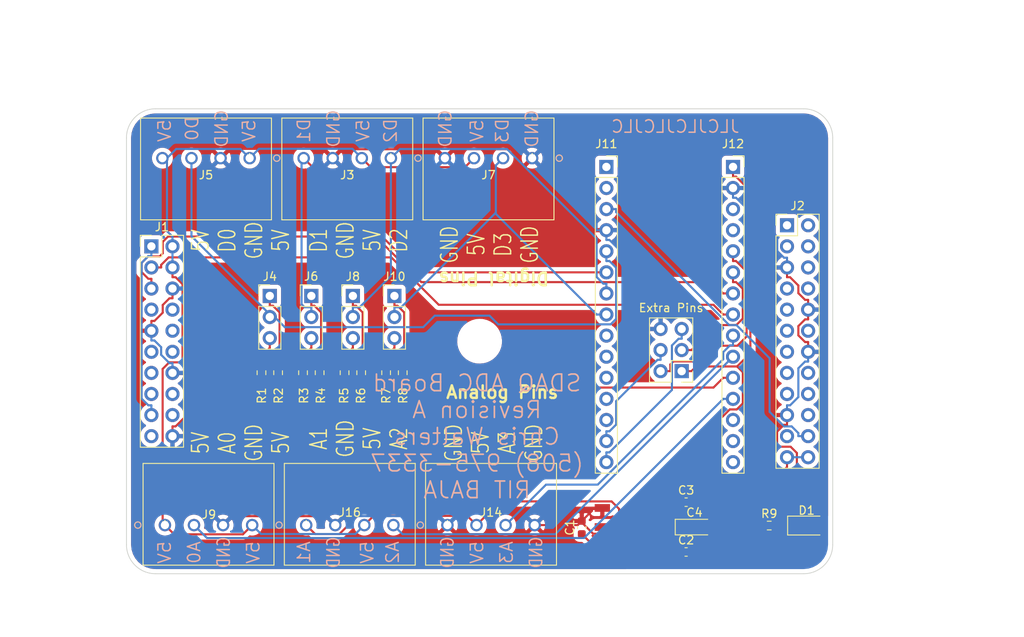
<source format=kicad_pcb>
(kicad_pcb (version 20171130) (host pcbnew "(5.1.10)-1")
  (layers (0 F.Cu signal) (31 B.Cu signal) (34 B.Paste user) (35 F.Paste user) (36 B.SilkS user) (37 F.SilkS user) (38 B.Mask user) (39 F.Mask user) (44 Edge.Cuts user))
  (net 0 "")
  (net 1 /VCC)
  (net 2 /GND)
  (net 3 /5V)
  (net 4 "Net-(D1-Pad2)")
  (net 5 /3.3V)
  (net 6 /I2C_Data)
  (net 7 /I2C_Clock)
  (net 8 "Net-(J1-Pad7)")
  (net 9 "Net-(J1-Pad8)")
  (net 10 "Net-(J1-Pad10)")
  (net 11 "Net-(J1-Pad11)")
  (net 12 "Net-(J1-Pad12)")
  (net 13 "Net-(J1-Pad13)")
  (net 14 "Net-(J1-Pad15)")
  (net 15 "Net-(J1-Pad16)")
  (net 16 "Net-(J1-Pad18)")
  (net 17 "Net-(J1-Pad19)")
  (net 18 "Net-(J2-Pad1)")
  (net 19 "Net-(J2-Pad2)")
  (net 20 "Net-(J2-Pad3)")
  (net 21 "Net-(J2-Pad4)")
  (net 22 "Net-(J2-Pad6)")
  (net 23 "Net-(J2-Pad7)")
  (net 24 "Net-(J2-Pad8)")
  (net 25 "Net-(J2-Pad9)")
  (net 26 "Net-(J2-Pad11)")
  (net 27 "Net-(J2-Pad12)")
  (net 28 "Net-(J2-Pad13)")
  (net 29 "Net-(J2-Pad15)")
  (net 30 "Net-(J2-Pad16)")
  (net 31 "Net-(J2-Pad17)")
  (net 32 "Net-(J2-Pad18)")
  (net 33 "Net-(J2-Pad20)")
  (net 34 /Interconnect)
  (net 35 /Reset)
  (net 36 /Digital_0)
  (net 37 "Net-(J4-Pad3)")
  (net 38 "Net-(J4-Pad1)")
  (net 39 /Digital_1)
  (net 40 "Net-(J6-Pad3)")
  (net 41 "Net-(J6-Pad1)")
  (net 42 /Digital_2)
  (net 43 "Net-(J8-Pad3)")
  (net 44 "Net-(J8-Pad1)")
  (net 45 /Digital_3)
  (net 46 "Net-(J10-Pad3)")
  (net 47 "Net-(J10-Pad1)")
  (net 48 "Net-(J11-Pad1)")
  (net 49 "Net-(J11-Pad2)")
  (net 50 /Controller/D6)
  (net 51 /Controller/D7)
  (net 52 /Controller/D8)
  (net 53 /Controller/D9)
  (net 54 /Controller/D10)
  (net 55 /Controller/D11)
  (net 56 /Controller/D12)
  (net 57 /Controller/D13)
  (net 58 "Net-(J12-Pad14)")
  (net 59 "Net-(J12-Pad13)")
  (net 60 /Analog_0)
  (net 61 /Analog_1)
  (net 62 /Analog_2)
  (net 63 /Analog_3)
  (net 64 /Controller/A6)
  (net 65 /Controller/A7)
  (net 66 "Net-(J12-Pad4)")
  (net 67 "Net-(J12-Pad3)")
  (module Capacitor_SMD:C_0603_1608Metric (layer F.Cu) (at 214.798 120.43 90)
    (fp_text reference C1 (at 0 -1.43 90) (layer F.SilkS))
    (fp_text value 0.1uF)
    (pad 1 smd roundrect (at -0.775 0 90) (size 0.9 0.95) (layers F.Cu F.Paste F.Mask) (net 1 /VCC))
    (pad 2 smd roundrect (at 0.775 0 90) (size 0.9 0.95) (layers F.Cu F.Paste F.Mask) (net 2 /GND))
  )
  (module Capacitor_SMD:C_0603_1608Metric (layer F.Cu) (at 227.358 123.38)
    (fp_text reference C2 (at 0 -1.43) (layer F.SilkS))
    (fp_text value 1uF)
    (pad 2 smd roundrect (at 0.775 0) (size 0.9 0.95) (layers F.Cu F.Paste F.Mask) (net 2 /GND))
    (pad 1 smd roundrect (at -0.775 0) (size 0.9 0.95) (layers F.Cu F.Paste F.Mask) (net 3 /5V))
  )
  (module Capacitor_SMD:C_0603_1608Metric (layer F.Cu) (at 227.358 117.38)
    (fp_text reference C3 (at 0 -1.43) (layer F.SilkS))
    (fp_text value 1uF_cpu)
    (pad 1 smd roundrect (at -0.775 0) (size 0.9 0.95) (layers F.Cu F.Paste F.Mask) (net 3 /5V))
    (pad 2 smd roundrect (at 0.775 0) (size 0.9 0.95) (layers F.Cu F.Paste F.Mask) (net 2 /GND))
  )
  (module Capacitor_Tantalum_SMD:CP_EIA-3216-18_Kemet-A (layer F.Cu) (at 228.358 120.38)
    (fp_text reference C4 (at 0 -1.75) (layer F.SilkS))
    (fp_text value 4.7uF_16V_cpu)
    (pad 2 smd roundrect (at 1.35 0) (size 1.4 1.35) (layers F.Cu F.Paste F.Mask) (roundrect_rratio 0.1851844444444445) (net 2 /GND))
    (pad 1 smd roundrect (at -1.35 0) (size 1.4 1.35) (layers F.Cu F.Paste F.Mask) (roundrect_rratio 0.1851844444444445) (net 3 /5V))
  )
  (module LED_SMD:LED_1206_3216Metric (layer F.Cu) (at 241.858 120.198)
    (fp_text reference D1 (at 0 -1.82) (layer F.SilkS))
    (fp_text value LED)
    (pad 1 smd roundrect (at -1.4 0) (size 1.25 1.75) (layers F.Cu F.Paste F.Mask) (roundrect_rratio 0.2) (net 2 /GND))
    (pad 2 smd roundrect (at 1.4 0) (size 1.25 1.75) (layers F.Cu F.Paste F.Mask) (roundrect_rratio 0.2) (net 4 "Net-(D1-Pad2)"))
  )
  (module Connector_PinHeader_2.54mm:PinHeader_2x10_P2.54mm_Vertical (layer F.Cu) (at 163 86.57)
    (fp_text reference J1 (at 1.27 -2.33) (layer F.SilkS))
    (fp_text value "Left Connector")
    (pad 1 thru_hole rect (at 0 0) (size 1.7 1.7) (drill 1) (layers *.Cu *.Mask) (net 5 /3.3V))
    (pad 2 thru_hole oval (at 2.54 0) (size 1.7 1.7) (drill 1) (layers *.Cu *.Mask) (net 3 /5V))
    (pad 3 thru_hole oval (at 0 2.54) (size 1.7 1.7) (drill 1) (layers *.Cu *.Mask) (net 6 /I2C_Data))
    (pad 4 thru_hole oval (at 2.54 2.54) (size 1.7 1.7) (drill 1) (layers *.Cu *.Mask) (net 3 /5V))
    (pad 5 thru_hole oval (at 0 5.08) (size 1.7 1.7) (drill 1) (layers *.Cu *.Mask) (net 7 /I2C_Clock))
    (pad 6 thru_hole oval (at 2.54 5.08) (size 1.7 1.7) (drill 1) (layers *.Cu *.Mask) (net 2 /GND))
    (pad 7 thru_hole oval (at 0 7.62) (size 1.7 1.7) (drill 1) (layers *.Cu *.Mask) (net 8 "Net-(J1-Pad7)"))
    (pad 8 thru_hole oval (at 2.54 7.62) (size 1.7 1.7) (drill 1) (layers *.Cu *.Mask) (net 9 "Net-(J1-Pad8)"))
    (pad 9 thru_hole oval (at 0 10.16) (size 1.7 1.7) (drill 1) (layers *.Cu *.Mask) (net 2 /GND))
    (pad 10 thru_hole oval (at 2.54 10.16) (size 1.7 1.7) (drill 1) (layers *.Cu *.Mask) (net 10 "Net-(J1-Pad10)"))
    (pad 11 thru_hole oval (at 0 12.7) (size 1.7 1.7) (drill 1) (layers *.Cu *.Mask) (net 11 "Net-(J1-Pad11)"))
    (pad 12 thru_hole oval (at 2.54 12.7) (size 1.7 1.7) (drill 1) (layers *.Cu *.Mask) (net 12 "Net-(J1-Pad12)"))
    (pad 13 thru_hole oval (at 0 15.24) (size 1.7 1.7) (drill 1) (layers *.Cu *.Mask) (net 13 "Net-(J1-Pad13)"))
    (pad 14 thru_hole oval (at 2.54 15.24) (size 1.7 1.7) (drill 1) (layers *.Cu *.Mask) (net 2 /GND))
    (pad 15 thru_hole oval (at 0 17.78) (size 1.7 1.7) (drill 1) (layers *.Cu *.Mask) (net 14 "Net-(J1-Pad15)"))
    (pad 16 thru_hole oval (at 2.54 17.78) (size 1.7 1.7) (drill 1) (layers *.Cu *.Mask) (net 15 "Net-(J1-Pad16)"))
    (pad 17 thru_hole oval (at 0 20.32) (size 1.7 1.7) (drill 1) (layers *.Cu *.Mask) (net 5 /3.3V))
    (pad 18 thru_hole oval (at 2.54 20.32) (size 1.7 1.7) (drill 1) (layers *.Cu *.Mask) (net 16 "Net-(J1-Pad18)"))
    (pad 19 thru_hole oval (at 0 22.86) (size 1.7 1.7) (drill 1) (layers *.Cu *.Mask) (net 17 "Net-(J1-Pad19)"))
    (pad 20 thru_hole oval (at 2.54 22.86) (size 1.7 1.7) (drill 1) (layers *.Cu *.Mask) (net 2 /GND))
  )
  (module Connector_PinHeader_2.54mm:PinHeader_2x12_P2.54mm_Vertical (layer F.Cu) (at 239.5 84.03)
    (fp_text reference J2 (at 1.27 -2.33) (layer F.SilkS))
    (fp_text value "Right Connector")
    (pad 1 thru_hole rect (at 0 0) (size 1.7 1.7) (drill 1) (layers *.Cu *.Mask) (net 18 "Net-(J2-Pad1)"))
    (pad 2 thru_hole oval (at 2.54 0) (size 1.7 1.7) (drill 1) (layers *.Cu *.Mask) (net 19 "Net-(J2-Pad2)"))
    (pad 3 thru_hole oval (at 0 2.54) (size 1.7 1.7) (drill 1) (layers *.Cu *.Mask) (net 20 "Net-(J2-Pad3)"))
    (pad 4 thru_hole oval (at 2.54 2.54) (size 1.7 1.7) (drill 1) (layers *.Cu *.Mask) (net 21 "Net-(J2-Pad4)"))
    (pad 5 thru_hole oval (at 0 5.08) (size 1.7 1.7) (drill 1) (layers *.Cu *.Mask) (net 2 /GND))
    (pad 6 thru_hole oval (at 2.54 5.08) (size 1.7 1.7) (drill 1) (layers *.Cu *.Mask) (net 22 "Net-(J2-Pad6)"))
    (pad 7 thru_hole oval (at 0 7.62) (size 1.7 1.7) (drill 1) (layers *.Cu *.Mask) (net 23 "Net-(J2-Pad7)"))
    (pad 8 thru_hole oval (at 2.54 7.62) (size 1.7 1.7) (drill 1) (layers *.Cu *.Mask) (net 24 "Net-(J2-Pad8)"))
    (pad 9 thru_hole oval (at 0 10.16) (size 1.7 1.7) (drill 1) (layers *.Cu *.Mask) (net 25 "Net-(J2-Pad9)"))
    (pad 10 thru_hole oval (at 2.54 10.16) (size 1.7 1.7) (drill 1) (layers *.Cu *.Mask) (net 2 /GND))
    (pad 11 thru_hole oval (at 0 12.7) (size 1.7 1.7) (drill 1) (layers *.Cu *.Mask) (net 26 "Net-(J2-Pad11)"))
    (pad 12 thru_hole oval (at 2.54 12.7) (size 1.7 1.7) (drill 1) (layers *.Cu *.Mask) (net 27 "Net-(J2-Pad12)"))
    (pad 13 thru_hole oval (at 0 15.24) (size 1.7 1.7) (drill 1) (layers *.Cu *.Mask) (net 28 "Net-(J2-Pad13)"))
    (pad 14 thru_hole oval (at 2.54 15.24) (size 1.7 1.7) (drill 1) (layers *.Cu *.Mask) (net 2 /GND))
    (pad 15 thru_hole oval (at 0 17.78) (size 1.7 1.7) (drill 1) (layers *.Cu *.Mask) (net 29 "Net-(J2-Pad15)"))
    (pad 16 thru_hole oval (at 2.54 17.78) (size 1.7 1.7) (drill 1) (layers *.Cu *.Mask) (net 30 "Net-(J2-Pad16)"))
    (pad 17 thru_hole oval (at 0 20.32) (size 1.7 1.7) (drill 1) (layers *.Cu *.Mask) (net 31 "Net-(J2-Pad17)"))
    (pad 18 thru_hole oval (at 2.54 20.32) (size 1.7 1.7) (drill 1) (layers *.Cu *.Mask) (net 32 "Net-(J2-Pad18)"))
    (pad 19 thru_hole oval (at 0 22.86) (size 1.7 1.7) (drill 1) (layers *.Cu *.Mask) (net 2 /GND))
    (pad 20 thru_hole oval (at 2.54 22.86) (size 1.7 1.7) (drill 1) (layers *.Cu *.Mask) (net 33 "Net-(J2-Pad20)"))
    (pad 21 thru_hole oval (at 0 25.4) (size 1.7 1.7) (drill 1) (layers *.Cu *.Mask) (net 34 /Interconnect))
    (pad 22 thru_hole oval (at 2.54 25.4) (size 1.7 1.7) (drill 1) (layers *.Cu *.Mask) (net 35 /Reset))
    (pad 23 thru_hole oval (at 0 27.94) (size 1.7 1.7) (drill 1) (layers *.Cu *.Mask) (net 1 /VCC))
    (pad 24 thru_hole oval (at 2.54 27.94) (size 1.7 1.7) (drill 1) (layers *.Cu *.Mask) (net 1 /VCC))
  )
  (module Connector_PinHeader_2.54mm:PinHeader_1x03_P2.54mm_Vertical (layer F.Cu) (at 177.25 92.54)
    (fp_text reference J4 (at 0 -2.33) (layer F.SilkS))
    (fp_text value "Jumper Terminals")
    (pad 3 thru_hole oval (at 0 5.08) (size 1.7 1.7) (drill 1) (layers *.Cu *.Mask) (net 37 "Net-(J4-Pad3)"))
    (pad 2 thru_hole oval (at 0 2.54) (size 1.7 1.7) (drill 1) (layers *.Cu *.Mask) (net 36 /Digital_0))
    (pad 1 thru_hole rect (at 0 0) (size 1.7 1.7) (drill 1) (layers *.Cu *.Mask) (net 38 "Net-(J4-Pad1)"))
  )
  (module Connector_PinHeader_2.54mm:PinHeader_1x03_P2.54mm_Vertical (layer F.Cu) (at 182.25 92.54)
    (fp_text reference J6 (at -0.02 -2.35) (layer F.SilkS))
    (fp_text value "Jumper Terminals")
    (pad 3 thru_hole oval (at 0 5.08) (size 1.7 1.7) (drill 1) (layers *.Cu *.Mask) (net 40 "Net-(J6-Pad3)"))
    (pad 2 thru_hole oval (at 0 2.54) (size 1.7 1.7) (drill 1) (layers *.Cu *.Mask) (net 39 /Digital_1))
    (pad 1 thru_hole rect (at 0 0) (size 1.7 1.7) (drill 1) (layers *.Cu *.Mask) (net 41 "Net-(J6-Pad1)"))
  )
  (module Connector_PinHeader_2.54mm:PinHeader_1x03_P2.54mm_Vertical (layer F.Cu) (at 187.25 92.54)
    (fp_text reference J8 (at 0 -2.33) (layer F.SilkS))
    (fp_text value "Jumper Terminals")
    (pad 3 thru_hole oval (at 0 5.08) (size 1.7 1.7) (drill 1) (layers *.Cu *.Mask) (net 43 "Net-(J8-Pad3)"))
    (pad 2 thru_hole oval (at 0 2.54) (size 1.7 1.7) (drill 1) (layers *.Cu *.Mask) (net 42 /Digital_2))
    (pad 1 thru_hole rect (at 0 0) (size 1.7 1.7) (drill 1) (layers *.Cu *.Mask) (net 44 "Net-(J8-Pad1)"))
  )
  (module Connector_PinHeader_2.54mm:PinHeader_1x03_P2.54mm_Vertical (layer F.Cu) (at 192.25 92.54)
    (fp_text reference J10 (at 0 -2.33) (layer F.SilkS))
    (fp_text value "Jumper Terminals")
    (pad 3 thru_hole oval (at 0 5.08) (size 1.7 1.7) (drill 1) (layers *.Cu *.Mask) (net 46 "Net-(J10-Pad3)"))
    (pad 2 thru_hole oval (at 0 2.54) (size 1.7 1.7) (drill 1) (layers *.Cu *.Mask) (net 45 /Digital_3))
    (pad 1 thru_hole rect (at 0 0) (size 1.7 1.7) (drill 1) (layers *.Cu *.Mask) (net 47 "Net-(J10-Pad1)"))
  )
  (module Connector_PinSocket_2.54mm:PinSocket_1x15_P2.54mm_Vertical (layer F.Cu) (at 217.76 77)
    (fp_text reference J11 (at 0 -2.77) (layer F.SilkS))
    (fp_text value "Arduino Nano")
    (pad 1 thru_hole rect (at 0 0) (size 1.7 1.7) (drill 1) (layers *.Cu *.Mask) (net 48 "Net-(J11-Pad1)"))
    (pad 2 thru_hole oval (at 0 2.54) (size 1.7 1.7) (drill 1) (layers *.Cu *.Mask) (net 49 "Net-(J11-Pad2)"))
    (pad 3 thru_hole oval (at 0 5.08) (size 1.7 1.7) (drill 1) (layers *.Cu *.Mask) (net 35 /Reset))
    (pad 4 thru_hole oval (at 0 7.62) (size 1.7 1.7) (drill 1) (layers *.Cu *.Mask) (net 2 /GND))
    (pad 5 thru_hole oval (at 0 10.16) (size 1.7 1.7) (drill 1) (layers *.Cu *.Mask) (net 36 /Digital_0))
    (pad 6 thru_hole oval (at 0 12.7) (size 1.7 1.7) (drill 1) (layers *.Cu *.Mask) (net 39 /Digital_1))
    (pad 7 thru_hole oval (at 0 15.24) (size 1.7 1.7) (drill 1) (layers *.Cu *.Mask) (net 42 /Digital_2))
    (pad 8 thru_hole oval (at 0 17.78) (size 1.7 1.7) (drill 1) (layers *.Cu *.Mask) (net 45 /Digital_3))
    (pad 9 thru_hole oval (at 0 20.32) (size 1.7 1.7) (drill 1) (layers *.Cu *.Mask) (net 50 /Controller/D6))
    (pad 10 thru_hole oval (at 0 22.86) (size 1.7 1.7) (drill 1) (layers *.Cu *.Mask) (net 51 /Controller/D7))
    (pad 11 thru_hole oval (at 0 25.4) (size 1.7 1.7) (drill 1) (layers *.Cu *.Mask) (net 52 /Controller/D8))
    (pad 12 thru_hole oval (at 0 27.94) (size 1.7 1.7) (drill 1) (layers *.Cu *.Mask) (net 53 /Controller/D9))
    (pad 13 thru_hole oval (at 0 30.48) (size 1.7 1.7) (drill 1) (layers *.Cu *.Mask) (net 54 /Controller/D10))
    (pad 14 thru_hole oval (at 0 33.02) (size 1.7 1.7) (drill 1) (layers *.Cu *.Mask) (net 55 /Controller/D11))
    (pad 15 thru_hole oval (at 0 35.56) (size 1.7 1.7) (drill 1) (layers *.Cu *.Mask) (net 56 /Controller/D12))
  )
  (module Connector_PinSocket_2.54mm:PinSocket_1x15_P2.54mm_Vertical (layer F.Cu) (at 233 77)
    (fp_text reference J12 (at 0 -2.77) (layer F.SilkS))
    (fp_text value "Arduino Nano")
    (pad 15 thru_hole oval (at 0 35.56) (size 1.7 1.7) (drill 1) (layers *.Cu *.Mask) (net 57 /Controller/D13))
    (pad 14 thru_hole oval (at 0 33.02) (size 1.7 1.7) (drill 1) (layers *.Cu *.Mask) (net 58 "Net-(J12-Pad14)"))
    (pad 13 thru_hole oval (at 0 30.48) (size 1.7 1.7) (drill 1) (layers *.Cu *.Mask) (net 59 "Net-(J12-Pad13)"))
    (pad 12 thru_hole oval (at 0 27.94) (size 1.7 1.7) (drill 1) (layers *.Cu *.Mask) (net 60 /Analog_0))
    (pad 11 thru_hole oval (at 0 25.4) (size 1.7 1.7) (drill 1) (layers *.Cu *.Mask) (net 61 /Analog_1))
    (pad 10 thru_hole oval (at 0 22.86) (size 1.7 1.7) (drill 1) (layers *.Cu *.Mask) (net 62 /Analog_2))
    (pad 9 thru_hole oval (at 0 20.32) (size 1.7 1.7) (drill 1) (layers *.Cu *.Mask) (net 63 /Analog_3))
    (pad 8 thru_hole oval (at 0 17.78) (size 1.7 1.7) (drill 1) (layers *.Cu *.Mask) (net 6 /I2C_Data))
    (pad 7 thru_hole oval (at 0 15.24) (size 1.7 1.7) (drill 1) (layers *.Cu *.Mask) (net 7 /I2C_Clock))
    (pad 6 thru_hole oval (at 0 12.7) (size 1.7 1.7) (drill 1) (layers *.Cu *.Mask) (net 64 /Controller/A6))
    (pad 5 thru_hole oval (at 0 10.16) (size 1.7 1.7) (drill 1) (layers *.Cu *.Mask) (net 65 /Controller/A7))
    (pad 4 thru_hole oval (at 0 7.62) (size 1.7 1.7) (drill 1) (layers *.Cu *.Mask) (net 66 "Net-(J12-Pad4)"))
    (pad 3 thru_hole oval (at 0 5.08) (size 1.7 1.7) (drill 1) (layers *.Cu *.Mask) (net 67 "Net-(J12-Pad3)"))
    (pad 2 thru_hole oval (at 0 2.54) (size 1.7 1.7) (drill 1) (layers *.Cu *.Mask) (net 2 /GND))
    (pad 1 thru_hole rect (at 0 0) (size 1.7 1.7) (drill 1) (layers *.Cu *.Mask) (net 3 /5V))
  )
  (module Connector_PinHeader_2.54mm:PinHeader_2x03_P2.54mm_Vertical (layer F.Cu) (at 226.822 101.6 180)
    (fp_text reference J13)
    (fp_text value "Extra Pins" (at 1.27 7.62) (layer F.SilkS))
    (pad 1 thru_hole rect (at 0 0 180) (size 1.7 1.7) (drill 1) (layers *.Cu *.Mask) (net 3 /5V))
    (pad 2 thru_hole oval (at 2.54 0 180) (size 1.7 1.7) (drill 1) (layers *.Cu *.Mask) (net 65 /Controller/A7))
    (pad 3 thru_hole oval (at 0 2.54 180) (size 1.7 1.7) (drill 1) (layers *.Cu *.Mask) (net 64 /Controller/A6))
    (pad 4 thru_hole oval (at 2.54 2.54 180) (size 1.7 1.7) (drill 1) (layers *.Cu *.Mask) (net 55 /Controller/D11))
    (pad 5 thru_hole oval (at 0 5.08 180) (size 1.7 1.7) (drill 1) (layers *.Cu *.Mask) (net 56 /Controller/D12))
    (pad 6 thru_hole oval (at 2.54 5.08 180) (size 1.7 1.7) (drill 1) (layers *.Cu *.Mask) (net 2 /GND))
  )
  (module MountingHole:MountingHole_2.7mm_M2.5 (layer F.Cu) (at 202.5 98)
    (fp_text reference M2.5)
    (fp_text value CMH)
    (pad 1 np_thru_hole circle (at 0 0) (size 2.7 2.7) (drill 2.7) (layers *.Cu *.Mask))
  )
  (module Resistor_SMD:R_0603_1608Metric (layer F.Cu) (at 176.25 101.79 270)
    (fp_text reference R1 (at 2.762 -0.026 90) (layer F.SilkS))
    (fp_text value 10k)
    (pad 2 smd roundrect (at 0.825 0 270) (size 0.8 0.95) (layers F.Cu F.Paste F.Mask) (net 3 /5V))
    (pad 1 smd roundrect (at -0.825 0 270) (size 0.8 0.95) (layers F.Cu F.Paste F.Mask) (net 37 "Net-(J4-Pad3)"))
  )
  (module Resistor_SMD:R_0603_1608Metric (layer F.Cu) (at 178.25 101.79 270)
    (fp_text reference R2 (at 2.762 -0.058 90) (layer F.SilkS))
    (fp_text value 10k)
    (pad 2 smd roundrect (at 0.825 0 270) (size 0.8 0.95) (layers F.Cu F.Paste F.Mask) (net 2 /GND))
    (pad 1 smd roundrect (at -0.825 0 270) (size 0.8 0.95) (layers F.Cu F.Paste F.Mask) (net 38 "Net-(J4-Pad1)"))
  )
  (module Resistor_SMD:R_0603_1608Metric (layer F.Cu) (at 181.25 101.79 270)
    (fp_text reference R3 (at 2.762 -0.106 90) (layer F.SilkS))
    (fp_text value 10k)
    (pad 1 smd roundrect (at -0.825 0 270) (size 0.8 0.95) (layers F.Cu F.Paste F.Mask) (net 40 "Net-(J6-Pad3)"))
    (pad 2 smd roundrect (at 0.825 0 270) (size 0.8 0.95) (layers F.Cu F.Paste F.Mask) (net 3 /5V))
  )
  (module Resistor_SMD:R_0603_1608Metric (layer F.Cu) (at 183.25 101.79 270)
    (fp_text reference R4 (at 2.762 -0.138 90) (layer F.SilkS))
    (fp_text value 10k)
    (pad 2 smd roundrect (at 0.825 0 270) (size 0.8 0.95) (layers F.Cu F.Paste F.Mask) (net 2 /GND))
    (pad 1 smd roundrect (at -0.825 0 270) (size 0.8 0.95) (layers F.Cu F.Paste F.Mask) (net 41 "Net-(J6-Pad1)"))
  )
  (module Resistor_SMD:R_0603_1608Metric (layer F.Cu) (at 186.25 101.79 270)
    (fp_text reference R5 (at 2.762 0.068 90) (layer F.SilkS))
    (fp_text value 10k)
    (pad 1 smd roundrect (at -0.825 0 270) (size 0.8 0.95) (layers F.Cu F.Paste F.Mask) (net 43 "Net-(J8-Pad3)"))
    (pad 2 smd roundrect (at 0.825 0 270) (size 0.8 0.95) (layers F.Cu F.Paste F.Mask) (net 3 /5V))
  )
  (module Resistor_SMD:R_0603_1608Metric (layer F.Cu) (at 188.25 101.79 270)
    (fp_text reference R6 (at 2.762 0.036 90) (layer F.SilkS))
    (fp_text value 10k)
    (pad 2 smd roundrect (at 0.825 0 270) (size 0.8 0.95) (layers F.Cu F.Paste F.Mask) (net 2 /GND))
    (pad 1 smd roundrect (at -0.825 0 270) (size 0.8 0.95) (layers F.Cu F.Paste F.Mask) (net 44 "Net-(J8-Pad1)"))
  )
  (module Resistor_SMD:R_0603_1608Metric (layer F.Cu) (at 191.25 101.79 270)
    (fp_text reference R7 (at 2.762 -0.012 90) (layer F.SilkS))
    (fp_text value 10k)
    (pad 1 smd roundrect (at -0.825 0 270) (size 0.8 0.95) (layers F.Cu F.Paste F.Mask) (net 46 "Net-(J10-Pad3)"))
    (pad 2 smd roundrect (at 0.825 0 270) (size 0.8 0.95) (layers F.Cu F.Paste F.Mask) (net 3 /5V))
  )
  (module Resistor_SMD:R_0603_1608Metric (layer F.Cu) (at 193.25 101.79 270)
    (fp_text reference R8 (at 2.762 -0.044 90) (layer F.SilkS))
    (fp_text value 10k)
    (pad 2 smd roundrect (at 0.825 0 270) (size 0.8 0.95) (layers F.Cu F.Paste F.Mask) (net 2 /GND))
    (pad 1 smd roundrect (at -0.825 0 270) (size 0.8 0.95) (layers F.Cu F.Paste F.Mask) (net 47 "Net-(J10-Pad1)"))
  )
  (module Resistor_SMD:R_0603_1608Metric (layer F.Cu) (at 237.358 120.198)
    (fp_text reference R9 (at 0 -1.43) (layer F.SilkS))
    (fp_text value 350?)
    (pad 1 smd roundrect (at -0.825 0) (size 0.8 0.95) (layers F.Cu F.Paste F.Mask) (net 1 /VCC))
    (pad 2 smd roundrect (at 0.825 0) (size 0.8 0.95) (layers F.Cu F.Paste F.Mask) (net 4 "Net-(D1-Pad2)"))
  )
  (module LM1117IMPX-5:SOT230P700X180-4N (layer F.Cu) (at 220.358 120.38)
    (fp_text reference VR1 hide)
    (fp_text value LM1117IMPX-5.0 hide)
    (pad 1 smd rect (at -3.085 -2.3) (size 1.84 0.93) (layers F.Cu F.Paste F.Mask) (net 2 /GND))
    (pad 2 smd rect (at -3.085 0) (size 1.84 0.93) (layers F.Cu F.Paste F.Mask) (net 3 /5V))
    (pad 3 smd rect (at -3.085 2.3) (size 1.84 0.93) (layers F.Cu F.Paste F.Mask) (net 1 /VCC))
    (pad 4 smd rect (at 3.085 0) (size 1.84 3.19) (layers F.Cu F.Paste F.Mask) (net 3 /5V))
  )
  (module Spring_Terminal_4Pin:1984989 (layer F.Cu) (at 191.824 75.946 180)
    (fp_text reference J3 (at 5.25 -2.032) (layer F.SilkS))
    (fp_text value "Screw Terminals")
    (fp_text user * (at 0 0) (layer F.SilkS))
    (pad 4 thru_hole circle (at 10.500002 0 180) (size 1.4986 1.4986) (drill 0.9906) (layers *.Cu *.Mask) (net 39 /Digital_1))
    (pad 3 thru_hole circle (at 7.000001 0 180) (size 1.4986 1.4986) (drill 0.9906) (layers *.Cu *.Mask) (net 2 /GND))
    (pad 2 thru_hole circle (at 3.500001 0 180) (size 1.4986 1.4986) (drill 0.9906) (layers *.Cu *.Mask) (net 3 /5V))
    (pad 1 thru_hole circle (at 0 0 180) (size 1.4986 1.4986) (drill 0.9906) (layers *.Cu *.Mask) (net 42 /Digital_2))
  )
  (module Spring_Terminal_4Pin:1984989 (layer F.Cu) (at 174.824 75.946 180)
    (fp_text reference J5 (at 5.25 -2.032) (layer F.SilkS))
    (fp_text value "Screw Terminals")
    (fp_text user * (at 0 0) (layer F.SilkS))
    (pad 1 thru_hole circle (at 0 0 180) (size 1.4986 1.4986) (drill 0.9906) (layers *.Cu *.Mask) (net 3 /5V))
    (pad 2 thru_hole circle (at 3.500001 0 180) (size 1.4986 1.4986) (drill 0.9906) (layers *.Cu *.Mask) (net 2 /GND))
    (pad 3 thru_hole circle (at 7.000001 0 180) (size 1.4986 1.4986) (drill 0.9906) (layers *.Cu *.Mask) (net 36 /Digital_0))
    (pad 4 thru_hole circle (at 10.500002 0 180) (size 1.4986 1.4986) (drill 0.9906) (layers *.Cu *.Mask) (net 3 /5V))
  )
  (module Spring_Terminal_4Pin:1984989 (layer F.Cu) (at 208.824 75.946 180)
    (fp_text reference J7 (at 5.25 -2.032) (layer F.SilkS))
    (fp_text value "Screw Terminals")
    (fp_text user * (at 0 0) (layer F.SilkS))
    (pad 4 thru_hole circle (at 10.500002 0 180) (size 1.4986 1.4986) (drill 0.9906) (layers *.Cu *.Mask) (net 2 /GND))
    (pad 3 thru_hole circle (at 7.000001 0 180) (size 1.4986 1.4986) (drill 0.9906) (layers *.Cu *.Mask) (net 3 /5V))
    (pad 2 thru_hole circle (at 3.500001 0 180) (size 1.4986 1.4986) (drill 0.9906) (layers *.Cu *.Mask) (net 45 /Digital_3))
    (pad 1 thru_hole circle (at 0 0 180) (size 1.4986 1.4986) (drill 0.9906) (layers *.Cu *.Mask) (net 2 /GND))
  )
  (module Spring_Terminal_4Pin:1984989 (layer F.Cu) (at 164.628 120.142)
    (fp_text reference J9 (at 5.298 -1.27) (layer F.SilkS))
    (fp_text value "Screw Terminals")
    (fp_text user * (at 0 0) (layer F.SilkS))
    (pad 1 thru_hole circle (at 0 0) (size 1.4986 1.4986) (drill 0.9906) (layers *.Cu *.Mask) (net 3 /5V))
    (pad 2 thru_hole circle (at 3.500001 0) (size 1.4986 1.4986) (drill 0.9906) (layers *.Cu *.Mask) (net 60 /Analog_0))
    (pad 3 thru_hole circle (at 7.000001 0) (size 1.4986 1.4986) (drill 0.9906) (layers *.Cu *.Mask) (net 2 /GND))
    (pad 4 thru_hole circle (at 10.500002 0) (size 1.4986 1.4986) (drill 0.9906) (layers *.Cu *.Mask) (net 3 /5V))
  )
  (module Spring_Terminal_4Pin:1984989 (layer F.Cu) (at 198.628 120.142)
    (fp_text reference J14 (at 5.25 -1.524) (layer F.SilkS))
    (fp_text value "Screw Terminals")
    (fp_text user * (at 0 0) (layer F.SilkS))
    (pad 1 thru_hole circle (at 0 0) (size 1.4986 1.4986) (drill 0.9906) (layers *.Cu *.Mask) (net 2 /GND))
    (pad 2 thru_hole circle (at 3.500001 0) (size 1.4986 1.4986) (drill 0.9906) (layers *.Cu *.Mask) (net 3 /5V))
    (pad 3 thru_hole circle (at 7.000001 0) (size 1.4986 1.4986) (drill 0.9906) (layers *.Cu *.Mask) (net 63 /Analog_3))
    (pad 4 thru_hole circle (at 10.500002 0) (size 1.4986 1.4986) (drill 0.9906) (layers *.Cu *.Mask) (net 2 /GND))
  )
  (module Spring_Terminal_4Pin:1984989 (layer F.Cu) (at 181.628 120.142)
    (fp_text reference J16 (at 5.25 -1.524) (layer F.SilkS))
    (fp_text value "Screw Terminals")
    (fp_text user * (at 0 0) (layer F.SilkS))
    (pad 1 thru_hole circle (at 0 0) (size 1.4986 1.4986) (drill 0.9906) (layers *.Cu *.Mask) (net 61 /Analog_1))
    (pad 2 thru_hole circle (at 3.500001 0) (size 1.4986 1.4986) (drill 0.9906) (layers *.Cu *.Mask) (net 2 /GND))
    (pad 3 thru_hole circle (at 7.000001 0) (size 1.4986 1.4986) (drill 0.9906) (layers *.Cu *.Mask) (net 3 /5V))
    (pad 4 thru_hole circle (at 10.500002 0) (size 1.4986 1.4986) (drill 0.9906) (layers *.Cu *.Mask) (net 62 /Analog_2))
  )
  (gr_text D3 (at 205.232 72.644 90) (layer B.SilkS) (effects (font (size 1.5 1.5) (thickness 0.17)) (justify mirror)))
  (gr_text D2 (at 191.77 72.644 90) (layer B.SilkS) (effects (font (size 1.5 1.5) (thickness 0.17)) (justify mirror)))
  (gr_text D1 (at 181.356 72.644 90) (layer B.SilkS) (effects (font (size 1.5 1.5) (thickness 0.17)) (justify mirror)))
  (gr_text D0 (at 167.894 72.39 90) (layer B.SilkS) (effects (font (size 1.5 1.5) (thickness 0.17)) (justify mirror)))
  (gr_text GND (at 208.788 72.39 90) (layer B.SilkS) (effects (font (size 1.5 1.5) (thickness 0.17)) (justify mirror)))
  (gr_text GND (at 198.374 72.39 90) (layer B.SilkS) (effects (font (size 1.5 1.5) (thickness 0.17)) (justify mirror)))
  (gr_text GND (at 184.912 72.39 90) (layer B.SilkS) (effects (font (size 1.5 1.5) (thickness 0.17)) (justify mirror)))
  (gr_text GND (at 171.45 72.39 90) (layer B.SilkS) (effects (font (size 1.5 1.5) (thickness 0.17)) (justify mirror)))
  (gr_text 5V (at 202.184 72.644 90) (layer B.SilkS) (effects (font (size 1.5 1.5) (thickness 0.17)) (justify mirror)))
  (gr_text 5V (at 188.468 72.644 90) (layer B.SilkS) (effects (font (size 1.5 1.5) (thickness 0.17)) (justify mirror)))
  (gr_text 5V (at 174.752 72.644 90) (layer B.SilkS) (effects (font (size 1.5 1.5) (thickness 0.17)) (justify mirror)))
  (gr_text 5V (at 164.592 72.644 90) (layer B.SilkS) (effects (font (size 1.5 1.5) (thickness 0.17)) (justify mirror)))
  (gr_text "5V\nD0\nGND\n5V" (at 173.736 85.852 90) (layer F.SilkS) (effects (font (size 2 1.5) (thickness 0.17))))
  (gr_text "D1\nGND\n5V\nD2" (at 187.96 85.852 90) (layer F.SilkS) (effects (font (size 2 1.5) (thickness 0.17))))
  (gr_text "GND\n5V\nD3\nGND" (at 203.708 86.36 90) (layer F.SilkS) (effects (font (size 2 1.5) (thickness 0.17))))
  (gr_text A3 (at 205.74 123.444 90) (layer B.SilkS) (effects (font (size 1.5 1.5) (thickness 0.17)) (justify mirror)))
  (gr_text A2 (at 192.024 123.444 90) (layer B.SilkS) (effects (font (size 1.5 1.5) (thickness 0.17)) (justify mirror)))
  (gr_text A1 (at 181.356 123.444 90) (layer B.SilkS) (effects (font (size 1.5 1.5) (thickness 0.17)) (justify mirror)))
  (gr_text A0 (at 168.148 123.444 90) (layer B.SilkS) (effects (font (size 1.5 1.5) (thickness 0.17)) (justify mirror)))
  (gr_text GND (at 209.296 123.444 90) (layer B.SilkS) (effects (font (size 1.5 1.25) (thickness 0.17)) (justify mirror)))
  (gr_text GND (at 198.628 123.444 90) (layer B.SilkS) (effects (font (size 1.5 1.25) (thickness 0.17)) (justify mirror)))
  (gr_text GND (at 184.912 123.444 90) (layer B.SilkS) (effects (font (size 1.5 1.25) (thickness 0.17)) (justify mirror)))
  (gr_text GND (at 171.704 123.444 90) (layer B.SilkS) (effects (font (size 1.5 1.25) (thickness 0.17)) (justify mirror)))
  (gr_text 5V (at 202.184 123.444 90) (layer B.SilkS) (effects (font (size 1.5 1.5) (thickness 0.17)) (justify mirror)))
  (gr_text 5V (at 188.976 123.444 90) (layer B.SilkS) (effects (font (size 1.5 1.5) (thickness 0.17)) (justify mirror)))
  (gr_text 5V (at 175.26 123.444 90) (layer B.SilkS) (effects (font (size 1.5 1.5) (thickness 0.17)) (justify mirror)))
  (gr_text 5V (at 164.592 123.444 90) (layer B.SilkS) (effects (font (size 1.5 1.5) (thickness 0.17)) (justify mirror)))
  (gr_text "GND\n5V\nA3\nGND" (at 204.216 110.236 90) (layer F.SilkS) (effects (font (size 2 1.5) (thickness 0.17))))
  (gr_text "A1\nGND\n5V\nA2" (at 187.96 109.728 90) (layer F.SilkS) (effects (font (size 2 1.5) (thickness 0.17))))
  (gr_text "5V\nA0\nGND\n5V" (at 173.736 110.236 90) (layer F.SilkS) (effects (font (size 2 1.5) (thickness 0.17))))
  (gr_text "Digital Pins" (at 204.216 90.424 180) (layer F.SilkS) (effects (font (size 1.5 1.5) (thickness 0.3))))
  (gr_text "Analog Pins" (at 205.232 104.14) (layer F.SilkS) (effects (font (size 1.5 1.5) (thickness 0.3))))
  (gr_text JLCJLCJLCJLC (at 226.06 72.136) (layer B.SilkS) (effects (font (size 1.5 1.5) (thickness 0.175)) (justify mirror)))
  (gr_text "SDAQ ADC Board\nRevision A\nChris Walters\n(508) 975-3337\nRIT BAJA\n" (at 202.184 109.474) (layer B.SilkS) (effects (font (size 2 2) (thickness 0.2)) (justify mirror)))
  (gr_arc (start 163.5 73.5) (end 163.5 70) (angle -90) (layer Edge.Cuts) (width 0.1))
  (gr_arc (start 163.5 122.5) (end 160 122.5) (angle -90) (layer Edge.Cuts) (width 0.1))
  (gr_arc (start 241.5 122.5) (end 245 122.5) (angle 90) (layer Edge.Cuts) (width 0.1))
  (gr_arc (start 241.5 73.5) (end 241.5 70) (angle 90) (layer Edge.Cuts) (width 0.1))
  (gr_line (start 163.5 70) (end 241.5 70) (layer Edge.Cuts) (width 0.1))
  (gr_line (start 245 73.5) (end 245 122.5) (layer Edge.Cuts) (width 0.1))
  (gr_line (start 163.5 126) (end 241.5 126) (layer Edge.Cuts) (width 0.1))
  (gr_line (start 160 122.5) (end 160 73.5) (layer Edge.Cuts) (width 0.1))
  (segment (start 218.5183 122.68) (end 220.4773 124.639) (width 0.25) (layer F.Cu) (net 1))
  (segment (start 220.4773 124.639) (end 232.092 124.639) (width 0.25) (layer F.Cu) (net 1))
  (segment (start 232.092 124.639) (end 236.533 120.198) (width 0.25) (layer F.Cu) (net 1))
  (segment (start 242.04 111.97) (end 239.5 111.97) (width 0.25) (layer B.Cu) (net 1))
  (segment (start 239.5 111.97) (end 239.5 113.1453) (width 0.25) (layer F.Cu) (net 1))
  (segment (start 236.533 120.198) (end 236.533 116.1123) (width 0.25) (layer F.Cu) (net 1))
  (segment (start 236.533 116.1123) (end 239.5 113.1453) (width 0.25) (layer F.Cu) (net 1))
  (segment (start 217.273 122.68) (end 218.5183 122.68) (width 0.25) (layer F.Cu) (net 1))
  (segment (start 217.273 122.68) (end 216.0277 122.68) (width 0.25) (layer F.Cu) (net 1))
  (segment (start 216.0277 122.68) (end 216.0277 122.4347) (width 0.25) (layer F.Cu) (net 1))
  (segment (start 216.0277 122.4347) (end 214.798 121.205) (width 0.25) (layer F.Cu) (net 1))
  (segment (start 229.708 118.955) (end 229.708 120.38) (width 0.25) (layer F.Cu) (net 2))
  (segment (start 228.133 117.38) (end 229.708 118.955) (width 0.25) (layer F.Cu) (net 2))
  (segment (start 229.708 118.955) (end 237.963 110.7) (width 0.25) (layer F.Cu) (net 2))
  (segment (start 237.963 110.7) (end 238.3071 110.7) (width 0.25) (layer F.Cu) (net 2))
  (segment (start 238.3071 110.7) (end 239.9309 110.7) (width 0.25) (layer F.Cu) (net 2))
  (segment (start 239.9309 110.7) (end 240.6858 111.4549) (width 0.25) (layer F.Cu) (net 2))
  (segment (start 240.6858 111.4549) (end 240.6858 119.9702) (width 0.25) (layer F.Cu) (net 2))
  (segment (start 240.6858 119.9702) (end 240.458 120.198) (width 0.25) (layer F.Cu) (net 2))
  (segment (start 238.3071 110.7) (end 238.3071 108.8908) (width 0.25) (layer F.Cu) (net 2))
  (segment (start 238.3071 108.8908) (end 239.1326 108.0653) (width 0.25) (layer F.Cu) (net 2))
  (segment (start 239.1326 108.0653) (end 239.5 108.0653) (width 0.25) (layer F.Cu) (net 2))
  (segment (start 239.5 106.89) (end 239.5 108.0653) (width 0.25) (layer F.Cu) (net 2))
  (segment (start 233 79.54) (end 231.8247 79.54) (width 0.25) (layer F.Cu) (net 2))
  (segment (start 231.8247 79.54) (end 226.7447 84.62) (width 0.25) (layer F.Cu) (net 2))
  (segment (start 226.7447 84.62) (end 217.76 84.62) (width 0.25) (layer F.Cu) (net 2))
  (segment (start 228.133 123.38) (end 227.3317 124.1813) (width 0.25) (layer F.Cu) (net 2))
  (segment (start 227.3317 124.1813) (end 222.6547 124.1813) (width 0.25) (layer F.Cu) (net 2))
  (segment (start 222.6547 124.1813) (end 219.6546 121.1812) (width 0.25) (layer F.Cu) (net 2))
  (segment (start 219.6546 121.1812) (end 216.1594 121.1812) (width 0.25) (layer F.Cu) (net 2))
  (segment (start 216.1594 121.1812) (end 214.798 119.8198) (width 0.25) (layer F.Cu) (net 2))
  (segment (start 214.798 119.8198) (end 214.798 119.655) (width 0.25) (layer F.Cu) (net 2))
  (segment (start 229.708 120.38) (end 229.708 121.805) (width 0.25) (layer F.Cu) (net 2))
  (segment (start 229.708 121.805) (end 228.133 123.38) (width 0.25) (layer F.Cu) (net 2))
  (segment (start 209.128 120.142) (end 214.311 120.142) (width 0.25) (layer F.Cu) (net 2))
  (segment (start 214.311 120.142) (end 214.798 119.655) (width 0.25) (layer F.Cu) (net 2))
  (segment (start 198.628 120.142) (end 199.7197 121.2337) (width 0.25) (layer F.Cu) (net 2))
  (segment (start 199.7197 121.2337) (end 208.0363 121.2337) (width 0.25) (layer F.Cu) (net 2))
  (segment (start 208.0363 121.2337) (end 209.128 120.142) (width 0.25) (layer F.Cu) (net 2))
  (segment (start 217.273 118.08) (end 216.0277 118.08) (width 0.25) (layer F.Cu) (net 2))
  (segment (start 214.798 119.655) (end 216.0277 118.4253) (width 0.25) (layer F.Cu) (net 2))
  (segment (start 216.0277 118.4253) (end 216.0277 118.08) (width 0.25) (layer F.Cu) (net 2))
  (segment (start 185.128 120.142) (end 186.2056 119.0644) (width 0.25) (layer B.Cu) (net 2))
  (segment (start 186.2056 119.0644) (end 197.5504 119.0644) (width 0.25) (layer B.Cu) (net 2))
  (segment (start 197.5504 119.0644) (end 198.628 120.142) (width 0.25) (layer B.Cu) (net 2))
  (segment (start 183.25 102.615) (end 183.9762 103.3412) (width 0.25) (layer F.Cu) (net 2))
  (segment (start 183.9762 103.3412) (end 187.5238 103.3412) (width 0.25) (layer F.Cu) (net 2))
  (segment (start 187.5238 103.3412) (end 188.25 102.615) (width 0.25) (layer F.Cu) (net 2))
  (segment (start 178.25 102.615) (end 178.9762 103.3412) (width 0.25) (layer F.Cu) (net 2))
  (segment (start 178.9762 103.3412) (end 182.5238 103.3412) (width 0.25) (layer F.Cu) (net 2))
  (segment (start 182.5238 103.3412) (end 183.25 102.615) (width 0.25) (layer F.Cu) (net 2))
  (segment (start 172.59 119.0674) (end 172.59 117.6553) (width 0.25) (layer F.Cu) (net 2))
  (segment (start 172.59 117.6553) (end 165.54 110.6053) (width 0.25) (layer F.Cu) (net 2))
  (segment (start 171.628 120.142) (end 172.59 119.18) (width 0.25) (layer F.Cu) (net 2))
  (segment (start 172.59 119.18) (end 172.59 119.0674) (width 0.25) (layer F.Cu) (net 2))
  (segment (start 172.59 119.0674) (end 184.0534 119.0674) (width 0.25) (layer F.Cu) (net 2))
  (segment (start 184.0534 119.0674) (end 185.128 120.142) (width 0.25) (layer F.Cu) (net 2))
  (segment (start 165.54 109.43) (end 165.54 110.6053) (width 0.25) (layer F.Cu) (net 2))
  (segment (start 184.824 75.946) (end 183.7003 74.8223) (width 0.25) (layer F.Cu) (net 2))
  (segment (start 183.7003 74.8223) (end 172.4477 74.8223) (width 0.25) (layer F.Cu) (net 2))
  (segment (start 172.4477 74.8223) (end 171.324 75.946) (width 0.25) (layer F.Cu) (net 2))
  (segment (start 198.324 75.946) (end 197.2493 74.8713) (width 0.25) (layer F.Cu) (net 2))
  (segment (start 197.2493 74.8713) (end 185.8987 74.8713) (width 0.25) (layer F.Cu) (net 2))
  (segment (start 185.8987 74.8713) (end 184.824 75.946) (width 0.25) (layer F.Cu) (net 2))
  (segment (start 242.04 94.19) (end 242.04 95.3653) (width 0.25) (layer F.Cu) (net 2))
  (segment (start 242.04 99.27) (end 242.04 98.0947) (width 0.25) (layer F.Cu) (net 2))
  (segment (start 242.04 98.0947) (end 241.6727 98.0947) (width 0.25) (layer F.Cu) (net 2))
  (segment (start 241.6727 98.0947) (end 240.8647 97.2867) (width 0.25) (layer F.Cu) (net 2))
  (segment (start 240.8647 97.2867) (end 240.8647 96.1732) (width 0.25) (layer F.Cu) (net 2))
  (segment (start 240.8647 96.1732) (end 241.6726 95.3653) (width 0.25) (layer F.Cu) (net 2))
  (segment (start 241.6726 95.3653) (end 242.04 95.3653) (width 0.25) (layer F.Cu) (net 2))
  (segment (start 165.54 91.65) (end 165.54 92.8253) (width 0.25) (layer F.Cu) (net 2))
  (segment (start 163 96.73) (end 163 95.5547) (width 0.25) (layer F.Cu) (net 2))
  (segment (start 163 95.5547) (end 163.3674 95.5547) (width 0.25) (layer F.Cu) (net 2))
  (segment (start 163.3674 95.5547) (end 164.3647 94.5574) (width 0.25) (layer F.Cu) (net 2))
  (segment (start 164.3647 94.5574) (end 164.3647 93.6332) (width 0.25) (layer F.Cu) (net 2))
  (segment (start 164.3647 93.6332) (end 165.1726 92.8253) (width 0.25) (layer F.Cu) (net 2))
  (segment (start 165.1726 92.8253) (end 165.54 92.8253) (width 0.25) (layer F.Cu) (net 2))
  (segment (start 163 96.73) (end 163 97.9053) (width 0.25) (layer B.Cu) (net 2))
  (segment (start 165.54 101.81) (end 165.54 100.6347) (width 0.25) (layer B.Cu) (net 2))
  (segment (start 165.54 100.6347) (end 165.1726 100.6347) (width 0.25) (layer B.Cu) (net 2))
  (segment (start 165.1726 100.6347) (end 164.1753 99.6374) (width 0.25) (layer B.Cu) (net 2))
  (segment (start 164.1753 99.6374) (end 164.1753 98.7132) (width 0.25) (layer B.Cu) (net 2))
  (segment (start 164.1753 98.7132) (end 163.3674 97.9053) (width 0.25) (layer B.Cu) (net 2))
  (segment (start 163.3674 97.9053) (end 163 97.9053) (width 0.25) (layer B.Cu) (net 2))
  (segment (start 242.04 94.19) (end 242.04 93.0147) (width 0.25) (layer F.Cu) (net 2))
  (segment (start 239.5 89.11) (end 239.5 90.2853) (width 0.25) (layer F.Cu) (net 2))
  (segment (start 239.5 90.2853) (end 239.8674 90.2853) (width 0.25) (layer F.Cu) (net 2))
  (segment (start 239.8674 90.2853) (end 240.8647 91.2826) (width 0.25) (layer F.Cu) (net 2))
  (segment (start 240.8647 91.2826) (end 240.8647 92.2068) (width 0.25) (layer F.Cu) (net 2))
  (segment (start 240.8647 92.2068) (end 241.6726 93.0147) (width 0.25) (layer F.Cu) (net 2))
  (segment (start 241.6726 93.0147) (end 242.04 93.0147) (width 0.25) (layer F.Cu) (net 2))
  (segment (start 193.25 102.615) (end 192.5238 103.3412) (width 0.25) (layer F.Cu) (net 2))
  (segment (start 192.5238 103.3412) (end 188.9762 103.3412) (width 0.25) (layer F.Cu) (net 2))
  (segment (start 188.9762 103.3412) (end 188.25 102.615) (width 0.25) (layer F.Cu) (net 2))
  (segment (start 168.2513 103.346) (end 177.519 103.346) (width 0.25) (layer F.Cu) (net 2))
  (segment (start 177.519 103.346) (end 178.25 102.615) (width 0.25) (layer F.Cu) (net 2))
  (segment (start 168.2513 103.346) (end 166.7153 101.81) (width 0.25) (layer F.Cu) (net 2))
  (segment (start 165.54 108.2547) (end 165.9073 108.2547) (width 0.25) (layer F.Cu) (net 2))
  (segment (start 165.9073 108.2547) (end 168.2513 105.9107) (width 0.25) (layer F.Cu) (net 2))
  (segment (start 168.2513 105.9107) (end 168.2513 103.346) (width 0.25) (layer F.Cu) (net 2))
  (segment (start 165.54 109.43) (end 165.54 108.2547) (width 0.25) (layer F.Cu) (net 2))
  (segment (start 242.04 99.27) (end 242.04 100.4453) (width 0.25) (layer B.Cu) (net 2))
  (segment (start 239.5 106.89) (end 239.5 105.7147) (width 0.25) (layer B.Cu) (net 2))
  (segment (start 239.5 105.7147) (end 239.8674 105.7147) (width 0.25) (layer B.Cu) (net 2))
  (segment (start 239.8674 105.7147) (end 240.8647 104.7174) (width 0.25) (layer B.Cu) (net 2))
  (segment (start 240.8647 104.7174) (end 240.8647 101.2532) (width 0.25) (layer B.Cu) (net 2))
  (segment (start 240.8647 101.2532) (end 241.6726 100.4453) (width 0.25) (layer B.Cu) (net 2))
  (segment (start 241.6726 100.4453) (end 242.04 100.4453) (width 0.25) (layer B.Cu) (net 2))
  (segment (start 239.5 89.11) (end 239.5 87.9347) (width 0.25) (layer B.Cu) (net 2))
  (segment (start 233 79.54) (end 233 80.7153) (width 0.25) (layer B.Cu) (net 2))
  (segment (start 233 80.7153) (end 233.3674 80.7153) (width 0.25) (layer B.Cu) (net 2))
  (segment (start 233.3674 80.7153) (end 238.3247 85.6726) (width 0.25) (layer B.Cu) (net 2))
  (segment (start 238.3247 85.6726) (end 238.3247 87.1268) (width 0.25) (layer B.Cu) (net 2))
  (segment (start 238.3247 87.1268) (end 239.1326 87.9347) (width 0.25) (layer B.Cu) (net 2))
  (segment (start 239.1326 87.9347) (end 239.5 87.9347) (width 0.25) (layer B.Cu) (net 2))
  (segment (start 217.76 84.62) (end 217.76 85.7953) (width 0.25) (layer B.Cu) (net 2))
  (segment (start 224.282 96.52) (end 224.282 91.95) (width 0.25) (layer B.Cu) (net 2))
  (segment (start 224.282 91.95) (end 218.1273 85.7953) (width 0.25) (layer B.Cu) (net 2))
  (segment (start 218.1273 85.7953) (end 217.76 85.7953) (width 0.25) (layer B.Cu) (net 2))
  (segment (start 165.54 101.81) (end 166.7153 101.81) (width 0.25) (layer F.Cu) (net 2))
  (segment (start 217.76 84.62) (end 216.5847 84.62) (width 0.25) (layer B.Cu) (net 2))
  (segment (start 208.824 75.946) (end 216.5847 83.7067) (width 0.25) (layer B.Cu) (net 2))
  (segment (start 216.5847 83.7067) (end 216.5847 84.62) (width 0.25) (layer B.Cu) (net 2))
  (segment (start 208.824 75.946) (end 207.7493 74.8713) (width 0.25) (layer F.Cu) (net 2))
  (segment (start 207.7493 74.8713) (end 199.3987 74.8713) (width 0.25) (layer F.Cu) (net 2))
  (segment (start 199.3987 74.8713) (end 198.324 75.946) (width 0.25) (layer F.Cu) (net 2))
  (segment (start 225.5033 118.4597) (end 226.583 117.38) (width 0.25) (layer F.Cu) (net 3))
  (segment (start 223.443 118.4597) (end 225.5033 118.4597) (width 0.25) (layer F.Cu) (net 3))
  (segment (start 225.5033 118.4597) (end 225.5033 118.8753) (width 0.25) (layer F.Cu) (net 3))
  (segment (start 225.5033 118.8753) (end 227.008 120.38) (width 0.25) (layer F.Cu) (net 3))
  (segment (start 219.2903 118.4597) (end 223.443 118.4597) (width 0.25) (layer F.Cu) (net 3))
  (segment (start 219.2903 118.4597) (end 219.2903 119.608) (width 0.25) (layer F.Cu) (net 3))
  (segment (start 219.2903 119.608) (end 218.5183 120.38) (width 0.25) (layer F.Cu) (net 3))
  (segment (start 202.128 120.142) (end 204.9804 117.2896) (width 0.25) (layer F.Cu) (net 3))
  (segment (start 204.9804 117.2896) (end 218.3874 117.2896) (width 0.25) (layer F.Cu) (net 3))
  (segment (start 218.3874 117.2896) (end 219.2903 118.1925) (width 0.25) (layer F.Cu) (net 3))
  (segment (start 219.2903 118.1925) (end 219.2903 118.4597) (width 0.25) (layer F.Cu) (net 3))
  (segment (start 223.443 120.38) (end 223.443 118.4597) (width 0.25) (layer F.Cu) (net 3))
  (segment (start 166.7471 100.54) (end 165.1474 100.54) (width 0.25) (layer F.Cu) (net 3))
  (segment (start 165.1474 100.54) (end 164.3542 101.3332) (width 0.25) (layer F.Cu) (net 3))
  (segment (start 164.3542 101.3332) (end 164.3542 119.8682) (width 0.25) (layer F.Cu) (net 3))
  (segment (start 164.3542 119.8682) (end 164.628 120.142) (width 0.25) (layer F.Cu) (net 3))
  (segment (start 176.25 102.615) (end 174.175 100.54) (width 0.25) (layer F.Cu) (net 3))
  (segment (start 174.175 100.54) (end 166.7471 100.54) (width 0.25) (layer F.Cu) (net 3))
  (segment (start 165.54 90.2853) (end 165.9074 90.2853) (width 0.25) (layer F.Cu) (net 3))
  (segment (start 165.9074 90.2853) (end 166.7471 91.125) (width 0.25) (layer F.Cu) (net 3))
  (segment (start 166.7471 91.125) (end 166.7471 100.54) (width 0.25) (layer F.Cu) (net 3))
  (segment (start 175.128 120.142) (end 174.0161 121.2539) (width 0.25) (layer F.Cu) (net 3))
  (segment (start 174.0161 121.2539) (end 165.7399 121.2539) (width 0.25) (layer F.Cu) (net 3))
  (segment (start 165.7399 121.2539) (end 164.628 120.142) (width 0.25) (layer F.Cu) (net 3))
  (segment (start 165.54 89.11) (end 165.54 90.2853) (width 0.25) (layer F.Cu) (net 3))
  (segment (start 188.628 120.142) (end 189.7408 119.0292) (width 0.25) (layer F.Cu) (net 3))
  (segment (start 189.7408 119.0292) (end 201.0152 119.0292) (width 0.25) (layer F.Cu) (net 3))
  (segment (start 201.0152 119.0292) (end 202.128 120.142) (width 0.25) (layer F.Cu) (net 3))
  (segment (start 186.25 102.615) (end 185.519 101.884) (width 0.25) (layer F.Cu) (net 3))
  (segment (start 185.519 101.884) (end 181.981 101.884) (width 0.25) (layer F.Cu) (net 3))
  (segment (start 181.981 101.884) (end 181.25 102.615) (width 0.25) (layer F.Cu) (net 3))
  (segment (start 186.25 102.615) (end 187.0228 101.8422) (width 0.25) (layer F.Cu) (net 3))
  (segment (start 187.0228 101.8422) (end 190.4772 101.8422) (width 0.25) (layer F.Cu) (net 3))
  (segment (start 190.4772 101.8422) (end 191.25 102.615) (width 0.25) (layer F.Cu) (net 3))
  (segment (start 181.25 102.615) (end 180.4772 101.8422) (width 0.25) (layer F.Cu) (net 3))
  (segment (start 180.4772 101.8422) (end 177.0228 101.8422) (width 0.25) (layer F.Cu) (net 3))
  (segment (start 177.0228 101.8422) (end 176.25 102.615) (width 0.25) (layer F.Cu) (net 3))
  (segment (start 233 77) (end 233 78.1753) (width 0.25) (layer F.Cu) (net 3))
  (segment (start 217.273 120.38) (end 218.5183 120.38) (width 0.25) (layer F.Cu) (net 3))
  (segment (start 164.877 75.946) (end 164.877 84.7317) (width 0.25) (layer B.Cu) (net 3))
  (segment (start 164.877 84.7317) (end 165.54 85.3947) (width 0.25) (layer B.Cu) (net 3))
  (segment (start 174.824 75.946) (end 173.7181 74.8401) (width 0.25) (layer B.Cu) (net 3))
  (segment (start 173.7181 74.8401) (end 165.9829 74.8401) (width 0.25) (layer B.Cu) (net 3))
  (segment (start 165.9829 74.8401) (end 164.877 75.946) (width 0.25) (layer B.Cu) (net 3))
  (segment (start 164.877 75.946) (end 164.324 75.946) (width 0.25) (layer B.Cu) (net 3))
  (segment (start 165.54 86.57) (end 165.54 85.3947) (width 0.25) (layer B.Cu) (net 3))
  (segment (start 188.324 75.946) (end 187.1965 74.8185) (width 0.25) (layer B.Cu) (net 3))
  (segment (start 187.1965 74.8185) (end 175.9515 74.8185) (width 0.25) (layer B.Cu) (net 3))
  (segment (start 175.9515 74.8185) (end 174.824 75.946) (width 0.25) (layer B.Cu) (net 3))
  (segment (start 226.583 117.38) (end 226.583 112.2346) (width 0.25) (layer F.Cu) (net 3))
  (segment (start 226.583 112.2346) (end 232.6076 106.21) (width 0.25) (layer F.Cu) (net 3))
  (segment (start 232.6076 106.21) (end 233.4512 106.21) (width 0.25) (layer F.Cu) (net 3))
  (segment (start 233.4512 106.21) (end 234.1812 105.48) (width 0.25) (layer F.Cu) (net 3))
  (segment (start 234.1812 105.48) (end 234.1812 101.7258) (width 0.25) (layer F.Cu) (net 3))
  (segment (start 234.1812 101.7258) (end 233.4908 101.0354) (width 0.25) (layer F.Cu) (net 3))
  (segment (start 233.4908 101.0354) (end 228.5619 101.0354) (width 0.25) (layer F.Cu) (net 3))
  (segment (start 228.5619 101.0354) (end 227.9973 101.6) (width 0.25) (layer F.Cu) (net 3))
  (segment (start 233 78.1753) (end 233.3673 78.1753) (width 0.25) (layer F.Cu) (net 3))
  (segment (start 233.3673 78.1753) (end 235.0874 79.8954) (width 0.25) (layer F.Cu) (net 3))
  (segment (start 235.0874 79.8954) (end 235.0874 99.4388) (width 0.25) (layer F.Cu) (net 3))
  (segment (start 235.0874 99.4388) (end 233.4908 101.0354) (width 0.25) (layer F.Cu) (net 3))
  (segment (start 226.822 101.6) (end 227.9973 101.6) (width 0.25) (layer F.Cu) (net 3))
  (segment (start 165.54 89.11) (end 165.54 86.57) (width 0.25) (layer B.Cu) (net 3))
  (segment (start 188.628 120.142) (end 187.5525 121.2175) (width 0.25) (layer B.Cu) (net 3))
  (segment (start 187.5525 121.2175) (end 176.2035 121.2175) (width 0.25) (layer B.Cu) (net 3))
  (segment (start 176.2035 121.2175) (end 175.128 120.142) (width 0.25) (layer B.Cu) (net 3))
  (segment (start 188.324 75.946) (end 189.4087 77.0307) (width 0.25) (layer F.Cu) (net 3))
  (segment (start 189.4087 77.0307) (end 200.7393 77.0307) (width 0.25) (layer F.Cu) (net 3))
  (segment (start 200.7393 77.0307) (end 201.824 75.946) (width 0.25) (layer F.Cu) (net 3))
  (segment (start 226.583 123.38) (end 227.008 122.955) (width 0.25) (layer F.Cu) (net 3))
  (segment (start 227.008 122.955) (end 227.008 120.38) (width 0.25) (layer F.Cu) (net 3))
  (segment (start 238.183 120.198) (end 239.3972 121.4122) (width 0.25) (layer F.Cu) (net 4))
  (segment (start 239.3972 121.4122) (end 242.0438 121.4122) (width 0.25) (layer F.Cu) (net 4))
  (segment (start 242.0438 121.4122) (end 243.258 120.198) (width 0.25) (layer F.Cu) (net 4))
  (segment (start 163 86.57) (end 163 87.7453) (width 0.25) (layer B.Cu) (net 5))
  (segment (start 163 106.89) (end 163 105.7147) (width 0.25) (layer B.Cu) (net 5))
  (segment (start 163 105.7147) (end 162.6327 105.7147) (width 0.25) (layer B.Cu) (net 5))
  (segment (start 162.6327 105.7147) (end 161.8247 104.9067) (width 0.25) (layer B.Cu) (net 5))
  (segment (start 161.8247 104.9067) (end 161.8247 88.5532) (width 0.25) (layer B.Cu) (net 5))
  (segment (start 161.8247 88.5532) (end 162.6326 87.7453) (width 0.25) (layer B.Cu) (net 5))
  (segment (start 162.6326 87.7453) (end 163 87.7453) (width 0.25) (layer B.Cu) (net 5))
  (segment (start 163 89.11) (end 164.1753 89.11) (width 0.25) (layer F.Cu) (net 6))
  (segment (start 233 94.78) (end 231.8247 94.78) (width 0.25) (layer F.Cu) (net 6))
  (segment (start 231.8247 94.78) (end 230.6494 93.6047) (width 0.25) (layer F.Cu) (net 6))
  (segment (start 230.6494 93.6047) (end 197.583 93.6047) (width 0.25) (layer F.Cu) (net 6))
  (segment (start 197.583 93.6047) (end 191.8759 87.8976) (width 0.25) (layer F.Cu) (net 6))
  (segment (start 191.8759 87.8976) (end 165.0779 87.8976) (width 0.25) (layer F.Cu) (net 6))
  (segment (start 165.0779 87.8976) (end 164.1753 88.8002) (width 0.25) (layer F.Cu) (net 6))
  (segment (start 164.1753 88.8002) (end 164.1753 89.11) (width 0.25) (layer F.Cu) (net 6))
  (segment (start 231.8247 92.24) (end 230.4628 90.8781) (width 0.25) (layer F.Cu) (net 7))
  (segment (start 230.4628 90.8781) (end 195.4933 90.8781) (width 0.25) (layer F.Cu) (net 7))
  (segment (start 195.4933 90.8781) (end 190.0022 85.387) (width 0.25) (layer F.Cu) (net 7))
  (segment (start 190.0022 85.387) (end 165.0047 85.387) (width 0.25) (layer F.Cu) (net 7))
  (segment (start 165.0047 85.387) (end 164.3646 86.0271) (width 0.25) (layer F.Cu) (net 7))
  (segment (start 164.3646 86.0271) (end 164.3646 87.4074) (width 0.25) (layer F.Cu) (net 7))
  (segment (start 164.3646 87.4074) (end 163.9829 87.7891) (width 0.25) (layer F.Cu) (net 7))
  (segment (start 163.9829 87.7891) (end 162.5902 87.7891) (width 0.25) (layer F.Cu) (net 7))
  (segment (start 162.5902 87.7891) (end 161.8247 88.5546) (width 0.25) (layer F.Cu) (net 7))
  (segment (start 161.8247 88.5546) (end 161.8247 89.6668) (width 0.25) (layer F.Cu) (net 7))
  (segment (start 161.8247 89.6668) (end 162.6326 90.4747) (width 0.25) (layer F.Cu) (net 7))
  (segment (start 162.6326 90.4747) (end 163 90.4747) (width 0.25) (layer F.Cu) (net 7))
  (segment (start 163 91.65) (end 163 90.4747) (width 0.25) (layer F.Cu) (net 7))
  (segment (start 233 92.24) (end 231.8247 92.24) (width 0.25) (layer F.Cu) (net 7))
  (segment (start 242.04 109.43) (end 240.8647 109.43) (width 0.25) (layer B.Cu) (net 35))
  (segment (start 217.76 82.08) (end 218.9353 82.08) (width 0.25) (layer B.Cu) (net 35))
  (segment (start 218.9353 82.08) (end 218.9353 82.4473) (width 0.25) (layer B.Cu) (net 35))
  (segment (start 218.9353 82.4473) (end 232.538 96.05) (width 0.25) (layer B.Cu) (net 35))
  (segment (start 232.538 96.05) (end 233.4112 96.05) (width 0.25) (layer B.Cu) (net 35))
  (segment (start 233.4112 96.05) (end 237.4071 100.0459) (width 0.25) (layer B.Cu) (net 35))
  (segment (start 237.4071 100.0459) (end 237.4071 106.5056) (width 0.25) (layer B.Cu) (net 35))
  (segment (start 237.4071 106.5056) (end 239.1562 108.2547) (width 0.25) (layer B.Cu) (net 35))
  (segment (start 239.1562 108.2547) (end 240.0568 108.2547) (width 0.25) (layer B.Cu) (net 35))
  (segment (start 240.0568 108.2547) (end 240.8647 109.0626) (width 0.25) (layer B.Cu) (net 35))
  (segment (start 240.8647 109.0626) (end 240.8647 109.43) (width 0.25) (layer B.Cu) (net 35))
  (segment (start 167.824 75.946) (end 167.824 85.3411) (width 0.25) (layer B.Cu) (net 36))
  (segment (start 167.824 85.3411) (end 176.9752 94.4923) (width 0.25) (layer B.Cu) (net 36))
  (segment (start 176.9752 94.4923) (end 177.25 94.4923) (width 0.25) (layer B.Cu) (net 36))
  (segment (start 217.76 87.16) (end 217.76 88.3353) (width 0.25) (layer B.Cu) (net 36))
  (segment (start 177.25 94.4923) (end 179.0586 96.3009) (width 0.25) (layer B.Cu) (net 36))
  (segment (start 179.0586 96.3009) (end 195.7184 96.3009) (width 0.25) (layer B.Cu) (net 36))
  (segment (start 195.7184 96.3009) (end 197.1024 94.9169) (width 0.25) (layer B.Cu) (net 36))
  (segment (start 197.1024 94.9169) (end 203.6972 94.9169) (width 0.25) (layer B.Cu) (net 36))
  (segment (start 203.6972 94.9169) (end 204.744 95.9637) (width 0.25) (layer B.Cu) (net 36))
  (segment (start 204.744 95.9637) (end 218.2749 95.9637) (width 0.25) (layer B.Cu) (net 36))
  (segment (start 218.2749 95.9637) (end 218.9353 95.3033) (width 0.25) (layer B.Cu) (net 36))
  (segment (start 218.9353 95.3033) (end 218.9353 89.1432) (width 0.25) (layer B.Cu) (net 36))
  (segment (start 218.9353 89.1432) (end 218.1274 88.3353) (width 0.25) (layer B.Cu) (net 36))
  (segment (start 218.1274 88.3353) (end 217.76 88.3353) (width 0.25) (layer B.Cu) (net 36))
  (segment (start 177.25 95.08) (end 177.25 94.4923) (width 0.25) (layer B.Cu) (net 36))
  (segment (start 177.25 97.62) (end 177.25 98.7953) (width 0.25) (layer F.Cu) (net 37))
  (segment (start 176.25 100.965) (end 176.25 99.7953) (width 0.25) (layer F.Cu) (net 37))
  (segment (start 176.25 99.7953) (end 177.25 98.7953) (width 0.25) (layer F.Cu) (net 37))
  (segment (start 177.25 92.54) (end 177.25 93.7153) (width 0.25) (layer F.Cu) (net 38))
  (segment (start 178.25 100.965) (end 178.4253 100.7897) (width 0.25) (layer F.Cu) (net 38))
  (segment (start 178.4253 100.7897) (end 178.4253 94.5232) (width 0.25) (layer F.Cu) (net 38))
  (segment (start 178.4253 94.5232) (end 177.6174 93.7153) (width 0.25) (layer F.Cu) (net 38))
  (segment (start 177.6174 93.7153) (end 177.25 93.7153) (width 0.25) (layer F.Cu) (net 38))
  (segment (start 217.76 89.7) (end 195.078 89.7) (width 0.25) (layer F.Cu) (net 39))
  (segment (start 195.078 89.7) (end 181.324 75.946) (width 0.25) (layer F.Cu) (net 39))
  (segment (start 182.25 95.08) (end 182.25 93.9047) (width 0.25) (layer B.Cu) (net 39))
  (segment (start 181.324 75.946) (end 181.0747 76.1953) (width 0.25) (layer B.Cu) (net 39))
  (segment (start 181.0747 76.1953) (end 181.0747 93.5375) (width 0.25) (layer B.Cu) (net 39))
  (segment (start 181.0747 93.5375) (end 181.4419 93.9047) (width 0.25) (layer B.Cu) (net 39))
  (segment (start 181.4419 93.9047) (end 182.25 93.9047) (width 0.25) (layer B.Cu) (net 39))
  (segment (start 182.25 97.62) (end 182.25 98.7953) (width 0.25) (layer F.Cu) (net 40))
  (segment (start 181.25 100.965) (end 181.25 99.7953) (width 0.25) (layer F.Cu) (net 40))
  (segment (start 181.25 99.7953) (end 182.25 98.7953) (width 0.25) (layer F.Cu) (net 40))
  (segment (start 182.25 92.54) (end 182.25 93.7153) (width 0.25) (layer F.Cu) (net 41))
  (segment (start 183.25 100.965) (end 183.4253 100.7897) (width 0.25) (layer F.Cu) (net 41))
  (segment (start 183.4253 100.7897) (end 183.4253 94.5232) (width 0.25) (layer F.Cu) (net 41))
  (segment (start 183.4253 94.5232) (end 182.6174 93.7153) (width 0.25) (layer F.Cu) (net 41))
  (segment (start 182.6174 93.7153) (end 182.25 93.7153) (width 0.25) (layer F.Cu) (net 41))
  (segment (start 187.25 95.08) (end 187.25 93.9047) (width 0.25) (layer B.Cu) (net 42))
  (segment (start 191.824 75.946) (end 191.824 90.1387) (width 0.25) (layer B.Cu) (net 42))
  (segment (start 191.824 90.1387) (end 188.058 93.9047) (width 0.25) (layer B.Cu) (net 42))
  (segment (start 188.058 93.9047) (end 187.25 93.9047) (width 0.25) (layer B.Cu) (net 42))
  (segment (start 217.76 91.0647) (end 217.3926 91.0647) (width 0.25) (layer B.Cu) (net 42))
  (segment (start 217.3926 91.0647) (end 216.5847 90.2568) (width 0.25) (layer B.Cu) (net 42))
  (segment (start 216.5847 90.2568) (end 216.5847 85.6343) (width 0.25) (layer B.Cu) (net 42))
  (segment (start 216.5847 85.6343) (end 205.7964 74.846) (width 0.25) (layer B.Cu) (net 42))
  (segment (start 205.7964 74.846) (end 192.924 74.846) (width 0.25) (layer B.Cu) (net 42))
  (segment (start 192.924 74.846) (end 191.824 75.946) (width 0.25) (layer B.Cu) (net 42))
  (segment (start 217.76 92.24) (end 217.76 91.0647) (width 0.25) (layer B.Cu) (net 42))
  (segment (start 187.25 97.62) (end 187.25 98.7953) (width 0.25) (layer F.Cu) (net 43))
  (segment (start 186.25 100.965) (end 186.25 99.7953) (width 0.25) (layer F.Cu) (net 43))
  (segment (start 186.25 99.7953) (end 187.25 98.7953) (width 0.25) (layer F.Cu) (net 43))
  (segment (start 187.25 92.54) (end 187.25 93.7153) (width 0.25) (layer F.Cu) (net 44))
  (segment (start 188.25 100.965) (end 188.4253 100.7897) (width 0.25) (layer F.Cu) (net 44))
  (segment (start 188.4253 100.7897) (end 188.4253 94.5232) (width 0.25) (layer F.Cu) (net 44))
  (segment (start 188.4253 94.5232) (end 187.6174 93.7153) (width 0.25) (layer F.Cu) (net 44))
  (segment (start 187.6174 93.7153) (end 187.25 93.7153) (width 0.25) (layer F.Cu) (net 44))
  (segment (start 204.3838 82.579) (end 193.0581 93.9047) (width 0.25) (layer B.Cu) (net 45))
  (segment (start 193.0581 93.9047) (end 192.25 93.9047) (width 0.25) (layer B.Cu) (net 45))
  (segment (start 205.324 75.946) (end 204.4555 76.8145) (width 0.25) (layer B.Cu) (net 45))
  (segment (start 204.4555 76.8145) (end 204.4555 82.5073) (width 0.25) (layer B.Cu) (net 45))
  (segment (start 204.4555 82.5073) (end 204.3838 82.579) (width 0.25) (layer B.Cu) (net 45))
  (segment (start 216.5847 94.78) (end 204.3838 82.579) (width 0.25) (layer B.Cu) (net 45))
  (segment (start 217.76 94.78) (end 216.5847 94.78) (width 0.25) (layer B.Cu) (net 45))
  (segment (start 192.25 95.08) (end 192.25 93.9047) (width 0.25) (layer B.Cu) (net 45))
  (segment (start 192.25 97.62) (end 192.25 98.7953) (width 0.25) (layer F.Cu) (net 46))
  (segment (start 191.25 100.965) (end 191.25 99.7953) (width 0.25) (layer F.Cu) (net 46))
  (segment (start 191.25 99.7953) (end 192.25 98.7953) (width 0.25) (layer F.Cu) (net 46))
  (segment (start 192.25 92.54) (end 192.25 93.7153) (width 0.25) (layer F.Cu) (net 47))
  (segment (start 193.25 100.965) (end 193.4253 100.7897) (width 0.25) (layer F.Cu) (net 47))
  (segment (start 193.4253 100.7897) (end 193.4253 94.5232) (width 0.25) (layer F.Cu) (net 47))
  (segment (start 193.4253 94.5232) (end 192.6174 93.7153) (width 0.25) (layer F.Cu) (net 47))
  (segment (start 192.6174 93.7153) (end 192.25 93.7153) (width 0.25) (layer F.Cu) (net 47))
  (segment (start 217.76 110.02) (end 217.76 108.8447) (width 0.25) (layer B.Cu) (net 55))
  (segment (start 224.282 99.06) (end 224.282 100.2353) (width 0.25) (layer B.Cu) (net 55))
  (segment (start 224.282 100.2353) (end 223.9146 100.2353) (width 0.25) (layer B.Cu) (net 55))
  (segment (start 223.9146 100.2353) (end 218.9353 105.2146) (width 0.25) (layer B.Cu) (net 55))
  (segment (start 218.9353 105.2146) (end 218.9353 108.0368) (width 0.25) (layer B.Cu) (net 55))
  (segment (start 218.9353 108.0368) (end 218.1274 108.8447) (width 0.25) (layer B.Cu) (net 55))
  (segment (start 218.1274 108.8447) (end 217.76 108.8447) (width 0.25) (layer B.Cu) (net 55))
  (segment (start 226.822 96.52) (end 226.822 97.6953) (width 0.25) (layer B.Cu) (net 56))
  (segment (start 217.76 112.56) (end 217.76 111.3847) (width 0.25) (layer B.Cu) (net 56))
  (segment (start 217.76 111.3847) (end 218.1273 111.3847) (width 0.25) (layer B.Cu) (net 56))
  (segment (start 218.1273 111.3847) (end 225.6467 103.8653) (width 0.25) (layer B.Cu) (net 56))
  (segment (start 225.6467 103.8653) (end 225.6467 98.5032) (width 0.25) (layer B.Cu) (net 56))
  (segment (start 225.6467 98.5032) (end 226.4546 97.6953) (width 0.25) (layer B.Cu) (net 56))
  (segment (start 226.4546 97.6953) (end 226.822 97.6953) (width 0.25) (layer B.Cu) (net 56))
  (segment (start 233 104.94) (end 231.8247 104.94) (width 0.25) (layer B.Cu) (net 60))
  (segment (start 168.128 120.142) (end 169.6855 121.6995) (width 0.25) (layer B.Cu) (net 60))
  (segment (start 169.6855 121.6995) (end 215.0652 121.6995) (width 0.25) (layer B.Cu) (net 60))
  (segment (start 215.0652 121.6995) (end 231.8247 104.94) (width 0.25) (layer B.Cu) (net 60))
  (segment (start 233 102.4) (end 231.8247 102.4) (width 0.25) (layer F.Cu) (net 61))
  (segment (start 181.628 120.142) (end 182.7153 121.2293) (width 0.25) (layer F.Cu) (net 61))
  (segment (start 182.7153 121.2293) (end 185.616 121.2293) (width 0.25) (layer F.Cu) (net 61))
  (segment (start 185.616 121.2293) (end 203.27 103.5753) (width 0.25) (layer F.Cu) (net 61))
  (segment (start 203.27 103.5753) (end 230.6494 103.5753) (width 0.25) (layer F.Cu) (net 61))
  (segment (start 230.6494 103.5753) (end 231.8247 102.4) (width 0.25) (layer F.Cu) (net 61))
  (segment (start 192.128 120.142) (end 193.2274 121.2414) (width 0.25) (layer B.Cu) (net 62))
  (segment (start 193.2274 121.2414) (end 211.6186 121.2414) (width 0.25) (layer B.Cu) (net 62))
  (segment (start 211.6186 121.2414) (end 233 99.86) (width 0.25) (layer B.Cu) (net 62))
  (segment (start 233 97.32) (end 233 98.4953) (width 0.25) (layer B.Cu) (net 63))
  (segment (start 205.628 120.142) (end 210.5038 115.2662) (width 0.25) (layer B.Cu) (net 63))
  (segment (start 210.5038 115.2662) (end 216.7165 115.2662) (width 0.25) (layer B.Cu) (net 63))
  (segment (start 216.7165 115.2662) (end 231.8247 100.158) (width 0.25) (layer B.Cu) (net 63))
  (segment (start 231.8247 100.158) (end 231.8247 99.3032) (width 0.25) (layer B.Cu) (net 63))
  (segment (start 231.8247 99.3032) (end 232.6326 98.4953) (width 0.25) (layer B.Cu) (net 63))
  (segment (start 232.6326 98.4953) (end 233 98.4953) (width 0.25) (layer B.Cu) (net 63))
  (segment (start 233 89.7) (end 233 90.8753) (width 0.25) (layer F.Cu) (net 64))
  (segment (start 226.822 99.06) (end 227.9973 99.06) (width 0.25) (layer F.Cu) (net 64))
  (segment (start 227.9973 99.06) (end 231.0073 96.05) (width 0.25) (layer F.Cu) (net 64))
  (segment (start 231.0073 96.05) (end 233.3925 96.05) (width 0.25) (layer F.Cu) (net 64))
  (segment (start 233.3925 96.05) (end 234.1753 95.2672) (width 0.25) (layer F.Cu) (net 64))
  (segment (start 234.1753 95.2672) (end 234.1753 91.6832) (width 0.25) (layer F.Cu) (net 64))
  (segment (start 234.1753 91.6832) (end 233.3674 90.8753) (width 0.25) (layer F.Cu) (net 64))
  (segment (start 233.3674 90.8753) (end 233 90.8753) (width 0.25) (layer F.Cu) (net 64))
  (segment (start 233 87.16) (end 233 88.3353) (width 0.25) (layer F.Cu) (net 65))
  (segment (start 224.282 101.6) (end 225.4573 101.6) (width 0.25) (layer F.Cu) (net 65))
  (segment (start 225.4573 101.6) (end 225.4573 100.7919) (width 0.25) (layer F.Cu) (net 65))
  (segment (start 225.4573 100.7919) (end 225.8245 100.4247) (width 0.25) (layer F.Cu) (net 65))
  (segment (start 225.8245 100.4247) (end 228.796 100.4247) (width 0.25) (layer F.Cu) (net 65))
  (segment (start 228.796 100.4247) (end 230.6817 98.539) (width 0.25) (layer F.Cu) (net 65))
  (segment (start 230.6817 98.539) (end 233.5203 98.539) (width 0.25) (layer F.Cu) (net 65))
  (segment (start 233.5203 98.539) (end 234.6349 97.4244) (width 0.25) (layer F.Cu) (net 65))
  (segment (start 234.6349 97.4244) (end 234.6349 89.6049) (width 0.25) (layer F.Cu) (net 65))
  (segment (start 234.6349 89.6049) (end 233.3653 88.3353) (width 0.25) (layer F.Cu) (net 65))
  (segment (start 233.3653 88.3353) (end 233 88.3353) (width 0.25) (layer F.Cu) (net 65))
  (zone (net 0) (net_name "") (layers F&B.Cu) (connect_pads (clearance 0.508)) (min_thickness 0.254)
    (keepout (tracks not_allowed) (vias not_allowed) (copperpour not_allowed))
    (fill (arc_segments 32) (thermal_gap 0.508) (thermal_bridge_width 0.508))
    (polygon (pts (xy 202.9 95.32) (xy 203.38 95.44) (xy 203.77 95.61) (xy 204.17 95.87) (xy 204.48 96.16) (xy 204.73 96.46) (xy 204.92 96.8) (xy 205.06 97.12) (xy 205.14 97.45) (xy 205.2 97.84) (xy 205.19 98.31) (xy 205.11 98.73) (xy 204.94 99.17) (xy 204.73 99.53) (xy 204.46 99.86) (xy 204.14 100.15) (xy 203.81 100.36) (xy 203.42 100.54) (xy 203 100.65) (xy 202.59 100.69) (xy 202.14 100.68) (xy 201.7 100.58) (xy 201.26 100.4) (xy 200.84 100.13) (xy 200.49 99.81) (xy 200.27 99.52) (xy 200.06 99.15) (xy 199.93 98.83) (xy 199.85 98.51) (xy 199.8 98.15) (xy 199.82 97.66) (xy 199.9 97.28) (xy 200 97) (xy 200.04 96.88) (xy 200.13 96.73) (xy 200.22 96.55) (xy 200.27 96.46) (xy 200.36 96.35) (xy 200.45 96.25) (xy 200.53 96.15) (xy 200.65 96.03) (xy 200.73 95.97) (xy 200.84 95.87) (xy 200.94 95.8) (xy 201.06 95.73) (xy 201.18 95.65) (xy 201.61 95.45) (xy 202.07 95.33) (xy 202.48 95.3)))
  )
  (zone (net 2) (net_name /GND) (layer F.Cu) (connect_pads (clearance 0.508)) (min_thickness 0.254) (fill yes (arc_segments 32) (thermal_gap 0.508) (thermal_bridge_width 0.508))
    (polygon (pts (xy 250.444 64.516) (xy 249.428 128.524) (xy 153.416 130.048) (xy 153.416 62.992)))
  )
  (zone (net 2) (net_name /GND) (layer B.Cu) (connect_pads (clearance 0.508)) (min_thickness 0.254) (fill yes (arc_segments 32) (thermal_gap 0.508) (thermal_bridge_width 0.508))
    (polygon (pts (xy 254.508 61.976) (xy 257.048 132.08) (xy 144.78 133.604) (xy 147.828 56.896)))
  )
)
</source>
